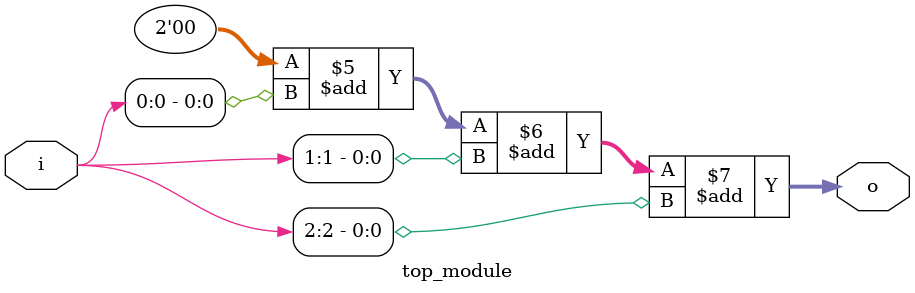
<source format=sv>
module top_module(
    input [2:0] i,
    output reg [1:0] o
  );

  always @(*)
  begin
    o = 0;
    for(int j = 0; j < $bits(i); j++)
    begin
      o = o + i[j];
    end
  end

`ifdef COCOTB_SIM

  initial
  begin
    $dumpfile ("top_module.vcd");
    $dumpvars (0, top_module);
    #1;
  end
`endif
endmodule

</source>
